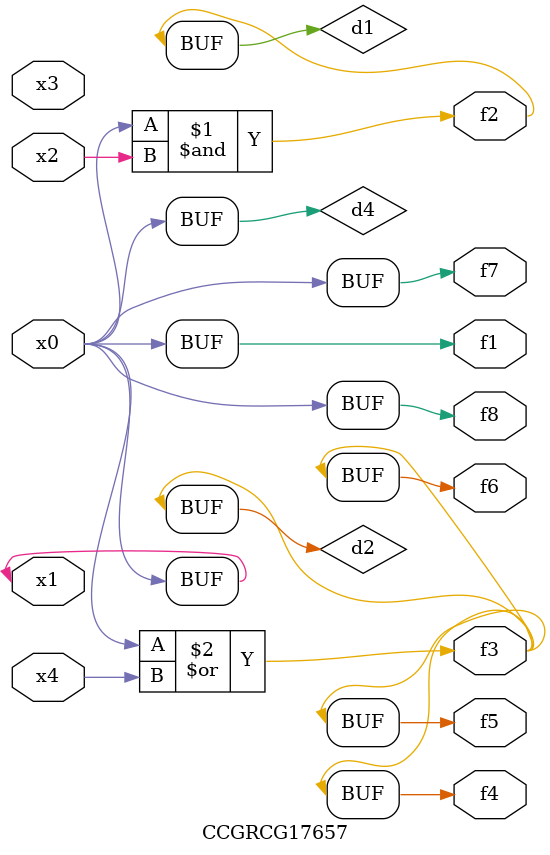
<source format=v>
module CCGRCG17657(
	input x0, x1, x2, x3, x4,
	output f1, f2, f3, f4, f5, f6, f7, f8
);

	wire d1, d2, d3, d4;

	and (d1, x0, x2);
	or (d2, x0, x4);
	nand (d3, x0, x2);
	buf (d4, x0, x1);
	assign f1 = d4;
	assign f2 = d1;
	assign f3 = d2;
	assign f4 = d2;
	assign f5 = d2;
	assign f6 = d2;
	assign f7 = d4;
	assign f8 = d4;
endmodule

</source>
